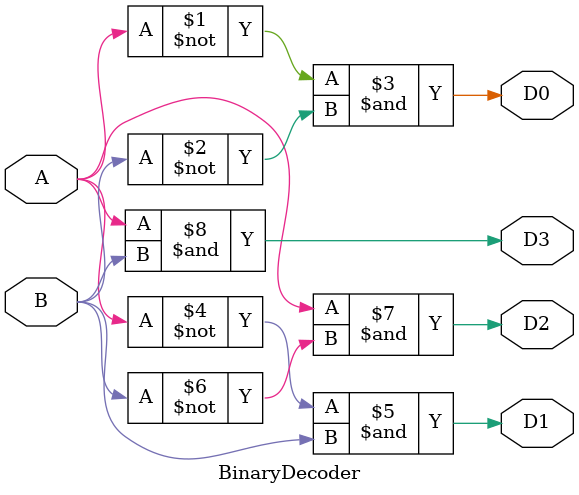
<source format=sv>
`timescale 1ns / 1ps


module BinaryDecoder (
    input logic A,  // First input bit
    input logic B,  // Second input bit
    output logic D0,  // Output when input is 00
    output logic D1,  // Output when input is 01
    output logic D2,  // Output when input is 10
    output logic D3   // Output when input is 11
);

    // Logic for each output
    assign D0 = ~A & ~B;  // D0 = not A and not B
    assign D1 = ~A & B;   // D1 = not A and B
    assign D2 = A & ~B;   // D2 = A and not B
    assign D3 = A & B;    // D3 = A and B

endmodule

</source>
